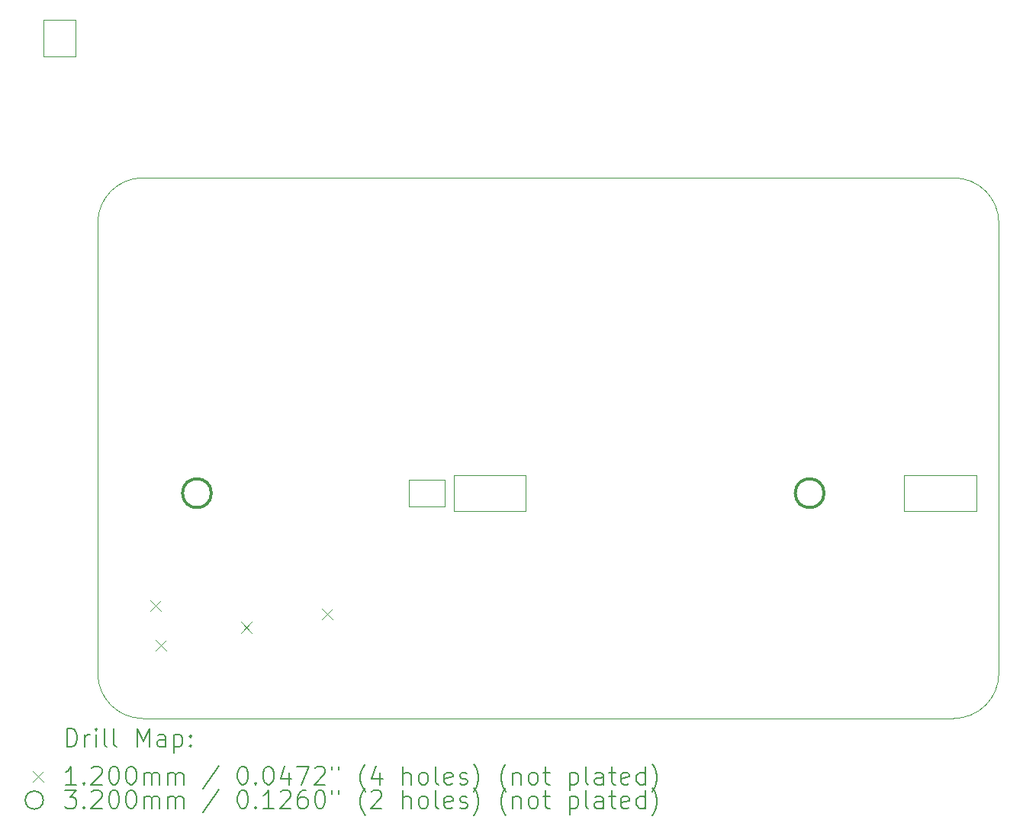
<source format=gbr>
%TF.GenerationSoftware,KiCad,Pcbnew,8.0.4*%
%TF.CreationDate,2025-01-01T16:22:17-06:00*%
%TF.ProjectId,HVBoard,4856426f-6172-4642-9e6b-696361645f70,rev?*%
%TF.SameCoordinates,Original*%
%TF.FileFunction,Drillmap*%
%TF.FilePolarity,Positive*%
%FSLAX45Y45*%
G04 Gerber Fmt 4.5, Leading zero omitted, Abs format (unit mm)*
G04 Created by KiCad (PCBNEW 8.0.4) date 2025-01-01 16:22:17*
%MOMM*%
%LPD*%
G01*
G04 APERTURE LIST*
%ADD10C,0.050000*%
%ADD11C,0.100000*%
%ADD12C,0.200000*%
%ADD13C,0.120000*%
%ADD14C,0.320000*%
G04 APERTURE END LIST*
D10*
X10700000Y-1200000D02*
G75*
G02*
X11200000Y-1700000I0J-500000D01*
G01*
X1200000Y-6700000D02*
X1200000Y-1700000D01*
X10700000Y-7200000D02*
X1700000Y-7200000D01*
X11200000Y-6700000D02*
G75*
G02*
X10700000Y-7200000I-500000J0D01*
G01*
D11*
X600000Y550000D02*
X950000Y550000D01*
X950000Y150000D01*
X600000Y150000D01*
X600000Y550000D01*
D10*
X1700000Y-1200000D02*
X10700000Y-1200000D01*
X11200000Y-1700000D02*
X11200000Y-6700000D01*
D11*
X4650000Y-4550000D02*
X5050000Y-4550000D01*
X5050000Y-4850000D01*
X4650000Y-4850000D01*
X4650000Y-4550000D01*
D10*
X1700000Y-7200000D02*
G75*
G02*
X1200000Y-6700000I0J500000D01*
G01*
D11*
X5150000Y-4500000D02*
X5950000Y-4500000D01*
X5950000Y-4900000D01*
X5150000Y-4900000D01*
X5150000Y-4500000D01*
D10*
X1200000Y-1700000D02*
G75*
G02*
X1700000Y-1200000I500000J0D01*
G01*
D11*
X10150000Y-4500000D02*
X10950000Y-4500000D01*
X10950000Y-4900000D01*
X10150000Y-4900000D01*
X10150000Y-4500000D01*
D12*
D13*
X1780000Y-5890000D02*
X1900000Y-6010000D01*
X1900000Y-5890000D02*
X1780000Y-6010000D01*
X1840000Y-6330000D02*
X1960000Y-6450000D01*
X1960000Y-6330000D02*
X1840000Y-6450000D01*
X2790000Y-6130000D02*
X2910000Y-6250000D01*
X2910000Y-6130000D02*
X2790000Y-6250000D01*
X3690000Y-5980000D02*
X3810000Y-6100000D01*
X3810000Y-5980000D02*
X3690000Y-6100000D01*
D14*
X2460000Y-4700000D02*
G75*
G02*
X2140000Y-4700000I-160000J0D01*
G01*
X2140000Y-4700000D02*
G75*
G02*
X2460000Y-4700000I160000J0D01*
G01*
X9260000Y-4700000D02*
G75*
G02*
X8940000Y-4700000I-160000J0D01*
G01*
X8940000Y-4700000D02*
G75*
G02*
X9260000Y-4700000I160000J0D01*
G01*
D12*
X855777Y-7513984D02*
X855777Y-7313984D01*
X855777Y-7313984D02*
X903396Y-7313984D01*
X903396Y-7313984D02*
X931967Y-7323508D01*
X931967Y-7323508D02*
X951015Y-7342555D01*
X951015Y-7342555D02*
X960539Y-7361603D01*
X960539Y-7361603D02*
X970062Y-7399698D01*
X970062Y-7399698D02*
X970062Y-7428269D01*
X970062Y-7428269D02*
X960539Y-7466365D01*
X960539Y-7466365D02*
X951015Y-7485412D01*
X951015Y-7485412D02*
X931967Y-7504460D01*
X931967Y-7504460D02*
X903396Y-7513984D01*
X903396Y-7513984D02*
X855777Y-7513984D01*
X1055777Y-7513984D02*
X1055777Y-7380650D01*
X1055777Y-7418746D02*
X1065301Y-7399698D01*
X1065301Y-7399698D02*
X1074824Y-7390174D01*
X1074824Y-7390174D02*
X1093872Y-7380650D01*
X1093872Y-7380650D02*
X1112920Y-7380650D01*
X1179586Y-7513984D02*
X1179586Y-7380650D01*
X1179586Y-7313984D02*
X1170063Y-7323508D01*
X1170063Y-7323508D02*
X1179586Y-7333031D01*
X1179586Y-7333031D02*
X1189110Y-7323508D01*
X1189110Y-7323508D02*
X1179586Y-7313984D01*
X1179586Y-7313984D02*
X1179586Y-7333031D01*
X1303396Y-7513984D02*
X1284348Y-7504460D01*
X1284348Y-7504460D02*
X1274824Y-7485412D01*
X1274824Y-7485412D02*
X1274824Y-7313984D01*
X1408158Y-7513984D02*
X1389110Y-7504460D01*
X1389110Y-7504460D02*
X1379586Y-7485412D01*
X1379586Y-7485412D02*
X1379586Y-7313984D01*
X1636729Y-7513984D02*
X1636729Y-7313984D01*
X1636729Y-7313984D02*
X1703396Y-7456841D01*
X1703396Y-7456841D02*
X1770062Y-7313984D01*
X1770062Y-7313984D02*
X1770062Y-7513984D01*
X1951015Y-7513984D02*
X1951015Y-7409222D01*
X1951015Y-7409222D02*
X1941491Y-7390174D01*
X1941491Y-7390174D02*
X1922443Y-7380650D01*
X1922443Y-7380650D02*
X1884348Y-7380650D01*
X1884348Y-7380650D02*
X1865301Y-7390174D01*
X1951015Y-7504460D02*
X1931967Y-7513984D01*
X1931967Y-7513984D02*
X1884348Y-7513984D01*
X1884348Y-7513984D02*
X1865301Y-7504460D01*
X1865301Y-7504460D02*
X1855777Y-7485412D01*
X1855777Y-7485412D02*
X1855777Y-7466365D01*
X1855777Y-7466365D02*
X1865301Y-7447317D01*
X1865301Y-7447317D02*
X1884348Y-7437793D01*
X1884348Y-7437793D02*
X1931967Y-7437793D01*
X1931967Y-7437793D02*
X1951015Y-7428269D01*
X2046253Y-7380650D02*
X2046253Y-7580650D01*
X2046253Y-7390174D02*
X2065301Y-7380650D01*
X2065301Y-7380650D02*
X2103396Y-7380650D01*
X2103396Y-7380650D02*
X2122444Y-7390174D01*
X2122444Y-7390174D02*
X2131967Y-7399698D01*
X2131967Y-7399698D02*
X2141491Y-7418746D01*
X2141491Y-7418746D02*
X2141491Y-7475888D01*
X2141491Y-7475888D02*
X2131967Y-7494936D01*
X2131967Y-7494936D02*
X2122444Y-7504460D01*
X2122444Y-7504460D02*
X2103396Y-7513984D01*
X2103396Y-7513984D02*
X2065301Y-7513984D01*
X2065301Y-7513984D02*
X2046253Y-7504460D01*
X2227205Y-7494936D02*
X2236729Y-7504460D01*
X2236729Y-7504460D02*
X2227205Y-7513984D01*
X2227205Y-7513984D02*
X2217682Y-7504460D01*
X2217682Y-7504460D02*
X2227205Y-7494936D01*
X2227205Y-7494936D02*
X2227205Y-7513984D01*
X2227205Y-7390174D02*
X2236729Y-7399698D01*
X2236729Y-7399698D02*
X2227205Y-7409222D01*
X2227205Y-7409222D02*
X2217682Y-7399698D01*
X2217682Y-7399698D02*
X2227205Y-7390174D01*
X2227205Y-7390174D02*
X2227205Y-7409222D01*
D13*
X475000Y-7782500D02*
X595000Y-7902500D01*
X595000Y-7782500D02*
X475000Y-7902500D01*
D12*
X960539Y-7933984D02*
X846253Y-7933984D01*
X903396Y-7933984D02*
X903396Y-7733984D01*
X903396Y-7733984D02*
X884348Y-7762555D01*
X884348Y-7762555D02*
X865301Y-7781603D01*
X865301Y-7781603D02*
X846253Y-7791127D01*
X1046253Y-7914936D02*
X1055777Y-7924460D01*
X1055777Y-7924460D02*
X1046253Y-7933984D01*
X1046253Y-7933984D02*
X1036729Y-7924460D01*
X1036729Y-7924460D02*
X1046253Y-7914936D01*
X1046253Y-7914936D02*
X1046253Y-7933984D01*
X1131967Y-7753031D02*
X1141491Y-7743508D01*
X1141491Y-7743508D02*
X1160539Y-7733984D01*
X1160539Y-7733984D02*
X1208158Y-7733984D01*
X1208158Y-7733984D02*
X1227205Y-7743508D01*
X1227205Y-7743508D02*
X1236729Y-7753031D01*
X1236729Y-7753031D02*
X1246253Y-7772079D01*
X1246253Y-7772079D02*
X1246253Y-7791127D01*
X1246253Y-7791127D02*
X1236729Y-7819698D01*
X1236729Y-7819698D02*
X1122444Y-7933984D01*
X1122444Y-7933984D02*
X1246253Y-7933984D01*
X1370063Y-7733984D02*
X1389110Y-7733984D01*
X1389110Y-7733984D02*
X1408158Y-7743508D01*
X1408158Y-7743508D02*
X1417682Y-7753031D01*
X1417682Y-7753031D02*
X1427205Y-7772079D01*
X1427205Y-7772079D02*
X1436729Y-7810174D01*
X1436729Y-7810174D02*
X1436729Y-7857793D01*
X1436729Y-7857793D02*
X1427205Y-7895888D01*
X1427205Y-7895888D02*
X1417682Y-7914936D01*
X1417682Y-7914936D02*
X1408158Y-7924460D01*
X1408158Y-7924460D02*
X1389110Y-7933984D01*
X1389110Y-7933984D02*
X1370063Y-7933984D01*
X1370063Y-7933984D02*
X1351015Y-7924460D01*
X1351015Y-7924460D02*
X1341491Y-7914936D01*
X1341491Y-7914936D02*
X1331967Y-7895888D01*
X1331967Y-7895888D02*
X1322444Y-7857793D01*
X1322444Y-7857793D02*
X1322444Y-7810174D01*
X1322444Y-7810174D02*
X1331967Y-7772079D01*
X1331967Y-7772079D02*
X1341491Y-7753031D01*
X1341491Y-7753031D02*
X1351015Y-7743508D01*
X1351015Y-7743508D02*
X1370063Y-7733984D01*
X1560539Y-7733984D02*
X1579586Y-7733984D01*
X1579586Y-7733984D02*
X1598634Y-7743508D01*
X1598634Y-7743508D02*
X1608158Y-7753031D01*
X1608158Y-7753031D02*
X1617682Y-7772079D01*
X1617682Y-7772079D02*
X1627205Y-7810174D01*
X1627205Y-7810174D02*
X1627205Y-7857793D01*
X1627205Y-7857793D02*
X1617682Y-7895888D01*
X1617682Y-7895888D02*
X1608158Y-7914936D01*
X1608158Y-7914936D02*
X1598634Y-7924460D01*
X1598634Y-7924460D02*
X1579586Y-7933984D01*
X1579586Y-7933984D02*
X1560539Y-7933984D01*
X1560539Y-7933984D02*
X1541491Y-7924460D01*
X1541491Y-7924460D02*
X1531967Y-7914936D01*
X1531967Y-7914936D02*
X1522443Y-7895888D01*
X1522443Y-7895888D02*
X1512920Y-7857793D01*
X1512920Y-7857793D02*
X1512920Y-7810174D01*
X1512920Y-7810174D02*
X1522443Y-7772079D01*
X1522443Y-7772079D02*
X1531967Y-7753031D01*
X1531967Y-7753031D02*
X1541491Y-7743508D01*
X1541491Y-7743508D02*
X1560539Y-7733984D01*
X1712920Y-7933984D02*
X1712920Y-7800650D01*
X1712920Y-7819698D02*
X1722443Y-7810174D01*
X1722443Y-7810174D02*
X1741491Y-7800650D01*
X1741491Y-7800650D02*
X1770063Y-7800650D01*
X1770063Y-7800650D02*
X1789110Y-7810174D01*
X1789110Y-7810174D02*
X1798634Y-7829222D01*
X1798634Y-7829222D02*
X1798634Y-7933984D01*
X1798634Y-7829222D02*
X1808158Y-7810174D01*
X1808158Y-7810174D02*
X1827205Y-7800650D01*
X1827205Y-7800650D02*
X1855777Y-7800650D01*
X1855777Y-7800650D02*
X1874824Y-7810174D01*
X1874824Y-7810174D02*
X1884348Y-7829222D01*
X1884348Y-7829222D02*
X1884348Y-7933984D01*
X1979586Y-7933984D02*
X1979586Y-7800650D01*
X1979586Y-7819698D02*
X1989110Y-7810174D01*
X1989110Y-7810174D02*
X2008158Y-7800650D01*
X2008158Y-7800650D02*
X2036729Y-7800650D01*
X2036729Y-7800650D02*
X2055777Y-7810174D01*
X2055777Y-7810174D02*
X2065301Y-7829222D01*
X2065301Y-7829222D02*
X2065301Y-7933984D01*
X2065301Y-7829222D02*
X2074824Y-7810174D01*
X2074824Y-7810174D02*
X2093872Y-7800650D01*
X2093872Y-7800650D02*
X2122444Y-7800650D01*
X2122444Y-7800650D02*
X2141491Y-7810174D01*
X2141491Y-7810174D02*
X2151015Y-7829222D01*
X2151015Y-7829222D02*
X2151015Y-7933984D01*
X2541491Y-7724460D02*
X2370063Y-7981603D01*
X2798634Y-7733984D02*
X2817682Y-7733984D01*
X2817682Y-7733984D02*
X2836729Y-7743508D01*
X2836729Y-7743508D02*
X2846253Y-7753031D01*
X2846253Y-7753031D02*
X2855777Y-7772079D01*
X2855777Y-7772079D02*
X2865301Y-7810174D01*
X2865301Y-7810174D02*
X2865301Y-7857793D01*
X2865301Y-7857793D02*
X2855777Y-7895888D01*
X2855777Y-7895888D02*
X2846253Y-7914936D01*
X2846253Y-7914936D02*
X2836729Y-7924460D01*
X2836729Y-7924460D02*
X2817682Y-7933984D01*
X2817682Y-7933984D02*
X2798634Y-7933984D01*
X2798634Y-7933984D02*
X2779587Y-7924460D01*
X2779587Y-7924460D02*
X2770063Y-7914936D01*
X2770063Y-7914936D02*
X2760539Y-7895888D01*
X2760539Y-7895888D02*
X2751015Y-7857793D01*
X2751015Y-7857793D02*
X2751015Y-7810174D01*
X2751015Y-7810174D02*
X2760539Y-7772079D01*
X2760539Y-7772079D02*
X2770063Y-7753031D01*
X2770063Y-7753031D02*
X2779587Y-7743508D01*
X2779587Y-7743508D02*
X2798634Y-7733984D01*
X2951015Y-7914936D02*
X2960539Y-7924460D01*
X2960539Y-7924460D02*
X2951015Y-7933984D01*
X2951015Y-7933984D02*
X2941491Y-7924460D01*
X2941491Y-7924460D02*
X2951015Y-7914936D01*
X2951015Y-7914936D02*
X2951015Y-7933984D01*
X3084348Y-7733984D02*
X3103396Y-7733984D01*
X3103396Y-7733984D02*
X3122444Y-7743508D01*
X3122444Y-7743508D02*
X3131967Y-7753031D01*
X3131967Y-7753031D02*
X3141491Y-7772079D01*
X3141491Y-7772079D02*
X3151015Y-7810174D01*
X3151015Y-7810174D02*
X3151015Y-7857793D01*
X3151015Y-7857793D02*
X3141491Y-7895888D01*
X3141491Y-7895888D02*
X3131967Y-7914936D01*
X3131967Y-7914936D02*
X3122444Y-7924460D01*
X3122444Y-7924460D02*
X3103396Y-7933984D01*
X3103396Y-7933984D02*
X3084348Y-7933984D01*
X3084348Y-7933984D02*
X3065301Y-7924460D01*
X3065301Y-7924460D02*
X3055777Y-7914936D01*
X3055777Y-7914936D02*
X3046253Y-7895888D01*
X3046253Y-7895888D02*
X3036729Y-7857793D01*
X3036729Y-7857793D02*
X3036729Y-7810174D01*
X3036729Y-7810174D02*
X3046253Y-7772079D01*
X3046253Y-7772079D02*
X3055777Y-7753031D01*
X3055777Y-7753031D02*
X3065301Y-7743508D01*
X3065301Y-7743508D02*
X3084348Y-7733984D01*
X3322444Y-7800650D02*
X3322444Y-7933984D01*
X3274825Y-7724460D02*
X3227206Y-7867317D01*
X3227206Y-7867317D02*
X3351015Y-7867317D01*
X3408158Y-7733984D02*
X3541491Y-7733984D01*
X3541491Y-7733984D02*
X3455777Y-7933984D01*
X3608158Y-7753031D02*
X3617682Y-7743508D01*
X3617682Y-7743508D02*
X3636729Y-7733984D01*
X3636729Y-7733984D02*
X3684348Y-7733984D01*
X3684348Y-7733984D02*
X3703396Y-7743508D01*
X3703396Y-7743508D02*
X3712920Y-7753031D01*
X3712920Y-7753031D02*
X3722444Y-7772079D01*
X3722444Y-7772079D02*
X3722444Y-7791127D01*
X3722444Y-7791127D02*
X3712920Y-7819698D01*
X3712920Y-7819698D02*
X3598634Y-7933984D01*
X3598634Y-7933984D02*
X3722444Y-7933984D01*
X3798634Y-7733984D02*
X3798634Y-7772079D01*
X3874825Y-7733984D02*
X3874825Y-7772079D01*
X4170063Y-8010174D02*
X4160539Y-8000650D01*
X4160539Y-8000650D02*
X4141491Y-7972079D01*
X4141491Y-7972079D02*
X4131968Y-7953031D01*
X4131968Y-7953031D02*
X4122444Y-7924460D01*
X4122444Y-7924460D02*
X4112920Y-7876841D01*
X4112920Y-7876841D02*
X4112920Y-7838746D01*
X4112920Y-7838746D02*
X4122444Y-7791127D01*
X4122444Y-7791127D02*
X4131968Y-7762555D01*
X4131968Y-7762555D02*
X4141491Y-7743508D01*
X4141491Y-7743508D02*
X4160539Y-7714936D01*
X4160539Y-7714936D02*
X4170063Y-7705412D01*
X4331968Y-7800650D02*
X4331968Y-7933984D01*
X4284349Y-7724460D02*
X4236730Y-7867317D01*
X4236730Y-7867317D02*
X4360539Y-7867317D01*
X4589111Y-7933984D02*
X4589111Y-7733984D01*
X4674825Y-7933984D02*
X4674825Y-7829222D01*
X4674825Y-7829222D02*
X4665301Y-7810174D01*
X4665301Y-7810174D02*
X4646253Y-7800650D01*
X4646253Y-7800650D02*
X4617682Y-7800650D01*
X4617682Y-7800650D02*
X4598634Y-7810174D01*
X4598634Y-7810174D02*
X4589111Y-7819698D01*
X4798634Y-7933984D02*
X4779587Y-7924460D01*
X4779587Y-7924460D02*
X4770063Y-7914936D01*
X4770063Y-7914936D02*
X4760539Y-7895888D01*
X4760539Y-7895888D02*
X4760539Y-7838746D01*
X4760539Y-7838746D02*
X4770063Y-7819698D01*
X4770063Y-7819698D02*
X4779587Y-7810174D01*
X4779587Y-7810174D02*
X4798634Y-7800650D01*
X4798634Y-7800650D02*
X4827206Y-7800650D01*
X4827206Y-7800650D02*
X4846253Y-7810174D01*
X4846253Y-7810174D02*
X4855777Y-7819698D01*
X4855777Y-7819698D02*
X4865301Y-7838746D01*
X4865301Y-7838746D02*
X4865301Y-7895888D01*
X4865301Y-7895888D02*
X4855777Y-7914936D01*
X4855777Y-7914936D02*
X4846253Y-7924460D01*
X4846253Y-7924460D02*
X4827206Y-7933984D01*
X4827206Y-7933984D02*
X4798634Y-7933984D01*
X4979587Y-7933984D02*
X4960539Y-7924460D01*
X4960539Y-7924460D02*
X4951015Y-7905412D01*
X4951015Y-7905412D02*
X4951015Y-7733984D01*
X5131968Y-7924460D02*
X5112920Y-7933984D01*
X5112920Y-7933984D02*
X5074825Y-7933984D01*
X5074825Y-7933984D02*
X5055777Y-7924460D01*
X5055777Y-7924460D02*
X5046253Y-7905412D01*
X5046253Y-7905412D02*
X5046253Y-7829222D01*
X5046253Y-7829222D02*
X5055777Y-7810174D01*
X5055777Y-7810174D02*
X5074825Y-7800650D01*
X5074825Y-7800650D02*
X5112920Y-7800650D01*
X5112920Y-7800650D02*
X5131968Y-7810174D01*
X5131968Y-7810174D02*
X5141492Y-7829222D01*
X5141492Y-7829222D02*
X5141492Y-7848269D01*
X5141492Y-7848269D02*
X5046253Y-7867317D01*
X5217682Y-7924460D02*
X5236730Y-7933984D01*
X5236730Y-7933984D02*
X5274825Y-7933984D01*
X5274825Y-7933984D02*
X5293873Y-7924460D01*
X5293873Y-7924460D02*
X5303396Y-7905412D01*
X5303396Y-7905412D02*
X5303396Y-7895888D01*
X5303396Y-7895888D02*
X5293873Y-7876841D01*
X5293873Y-7876841D02*
X5274825Y-7867317D01*
X5274825Y-7867317D02*
X5246253Y-7867317D01*
X5246253Y-7867317D02*
X5227206Y-7857793D01*
X5227206Y-7857793D02*
X5217682Y-7838746D01*
X5217682Y-7838746D02*
X5217682Y-7829222D01*
X5217682Y-7829222D02*
X5227206Y-7810174D01*
X5227206Y-7810174D02*
X5246253Y-7800650D01*
X5246253Y-7800650D02*
X5274825Y-7800650D01*
X5274825Y-7800650D02*
X5293873Y-7810174D01*
X5370063Y-8010174D02*
X5379587Y-8000650D01*
X5379587Y-8000650D02*
X5398634Y-7972079D01*
X5398634Y-7972079D02*
X5408158Y-7953031D01*
X5408158Y-7953031D02*
X5417682Y-7924460D01*
X5417682Y-7924460D02*
X5427206Y-7876841D01*
X5427206Y-7876841D02*
X5427206Y-7838746D01*
X5427206Y-7838746D02*
X5417682Y-7791127D01*
X5417682Y-7791127D02*
X5408158Y-7762555D01*
X5408158Y-7762555D02*
X5398634Y-7743508D01*
X5398634Y-7743508D02*
X5379587Y-7714936D01*
X5379587Y-7714936D02*
X5370063Y-7705412D01*
X5731968Y-8010174D02*
X5722444Y-8000650D01*
X5722444Y-8000650D02*
X5703396Y-7972079D01*
X5703396Y-7972079D02*
X5693872Y-7953031D01*
X5693872Y-7953031D02*
X5684349Y-7924460D01*
X5684349Y-7924460D02*
X5674825Y-7876841D01*
X5674825Y-7876841D02*
X5674825Y-7838746D01*
X5674825Y-7838746D02*
X5684349Y-7791127D01*
X5684349Y-7791127D02*
X5693872Y-7762555D01*
X5693872Y-7762555D02*
X5703396Y-7743508D01*
X5703396Y-7743508D02*
X5722444Y-7714936D01*
X5722444Y-7714936D02*
X5731968Y-7705412D01*
X5808158Y-7800650D02*
X5808158Y-7933984D01*
X5808158Y-7819698D02*
X5817682Y-7810174D01*
X5817682Y-7810174D02*
X5836730Y-7800650D01*
X5836730Y-7800650D02*
X5865301Y-7800650D01*
X5865301Y-7800650D02*
X5884349Y-7810174D01*
X5884349Y-7810174D02*
X5893872Y-7829222D01*
X5893872Y-7829222D02*
X5893872Y-7933984D01*
X6017682Y-7933984D02*
X5998634Y-7924460D01*
X5998634Y-7924460D02*
X5989111Y-7914936D01*
X5989111Y-7914936D02*
X5979587Y-7895888D01*
X5979587Y-7895888D02*
X5979587Y-7838746D01*
X5979587Y-7838746D02*
X5989111Y-7819698D01*
X5989111Y-7819698D02*
X5998634Y-7810174D01*
X5998634Y-7810174D02*
X6017682Y-7800650D01*
X6017682Y-7800650D02*
X6046253Y-7800650D01*
X6046253Y-7800650D02*
X6065301Y-7810174D01*
X6065301Y-7810174D02*
X6074825Y-7819698D01*
X6074825Y-7819698D02*
X6084349Y-7838746D01*
X6084349Y-7838746D02*
X6084349Y-7895888D01*
X6084349Y-7895888D02*
X6074825Y-7914936D01*
X6074825Y-7914936D02*
X6065301Y-7924460D01*
X6065301Y-7924460D02*
X6046253Y-7933984D01*
X6046253Y-7933984D02*
X6017682Y-7933984D01*
X6141492Y-7800650D02*
X6217682Y-7800650D01*
X6170063Y-7733984D02*
X6170063Y-7905412D01*
X6170063Y-7905412D02*
X6179587Y-7924460D01*
X6179587Y-7924460D02*
X6198634Y-7933984D01*
X6198634Y-7933984D02*
X6217682Y-7933984D01*
X6436730Y-7800650D02*
X6436730Y-8000650D01*
X6436730Y-7810174D02*
X6455777Y-7800650D01*
X6455777Y-7800650D02*
X6493873Y-7800650D01*
X6493873Y-7800650D02*
X6512920Y-7810174D01*
X6512920Y-7810174D02*
X6522444Y-7819698D01*
X6522444Y-7819698D02*
X6531968Y-7838746D01*
X6531968Y-7838746D02*
X6531968Y-7895888D01*
X6531968Y-7895888D02*
X6522444Y-7914936D01*
X6522444Y-7914936D02*
X6512920Y-7924460D01*
X6512920Y-7924460D02*
X6493873Y-7933984D01*
X6493873Y-7933984D02*
X6455777Y-7933984D01*
X6455777Y-7933984D02*
X6436730Y-7924460D01*
X6646253Y-7933984D02*
X6627206Y-7924460D01*
X6627206Y-7924460D02*
X6617682Y-7905412D01*
X6617682Y-7905412D02*
X6617682Y-7733984D01*
X6808158Y-7933984D02*
X6808158Y-7829222D01*
X6808158Y-7829222D02*
X6798634Y-7810174D01*
X6798634Y-7810174D02*
X6779587Y-7800650D01*
X6779587Y-7800650D02*
X6741492Y-7800650D01*
X6741492Y-7800650D02*
X6722444Y-7810174D01*
X6808158Y-7924460D02*
X6789111Y-7933984D01*
X6789111Y-7933984D02*
X6741492Y-7933984D01*
X6741492Y-7933984D02*
X6722444Y-7924460D01*
X6722444Y-7924460D02*
X6712920Y-7905412D01*
X6712920Y-7905412D02*
X6712920Y-7886365D01*
X6712920Y-7886365D02*
X6722444Y-7867317D01*
X6722444Y-7867317D02*
X6741492Y-7857793D01*
X6741492Y-7857793D02*
X6789111Y-7857793D01*
X6789111Y-7857793D02*
X6808158Y-7848269D01*
X6874825Y-7800650D02*
X6951015Y-7800650D01*
X6903396Y-7733984D02*
X6903396Y-7905412D01*
X6903396Y-7905412D02*
X6912920Y-7924460D01*
X6912920Y-7924460D02*
X6931968Y-7933984D01*
X6931968Y-7933984D02*
X6951015Y-7933984D01*
X7093873Y-7924460D02*
X7074825Y-7933984D01*
X7074825Y-7933984D02*
X7036730Y-7933984D01*
X7036730Y-7933984D02*
X7017682Y-7924460D01*
X7017682Y-7924460D02*
X7008158Y-7905412D01*
X7008158Y-7905412D02*
X7008158Y-7829222D01*
X7008158Y-7829222D02*
X7017682Y-7810174D01*
X7017682Y-7810174D02*
X7036730Y-7800650D01*
X7036730Y-7800650D02*
X7074825Y-7800650D01*
X7074825Y-7800650D02*
X7093873Y-7810174D01*
X7093873Y-7810174D02*
X7103396Y-7829222D01*
X7103396Y-7829222D02*
X7103396Y-7848269D01*
X7103396Y-7848269D02*
X7008158Y-7867317D01*
X7274825Y-7933984D02*
X7274825Y-7733984D01*
X7274825Y-7924460D02*
X7255777Y-7933984D01*
X7255777Y-7933984D02*
X7217682Y-7933984D01*
X7217682Y-7933984D02*
X7198634Y-7924460D01*
X7198634Y-7924460D02*
X7189111Y-7914936D01*
X7189111Y-7914936D02*
X7179587Y-7895888D01*
X7179587Y-7895888D02*
X7179587Y-7838746D01*
X7179587Y-7838746D02*
X7189111Y-7819698D01*
X7189111Y-7819698D02*
X7198634Y-7810174D01*
X7198634Y-7810174D02*
X7217682Y-7800650D01*
X7217682Y-7800650D02*
X7255777Y-7800650D01*
X7255777Y-7800650D02*
X7274825Y-7810174D01*
X7351015Y-8010174D02*
X7360539Y-8000650D01*
X7360539Y-8000650D02*
X7379587Y-7972079D01*
X7379587Y-7972079D02*
X7389111Y-7953031D01*
X7389111Y-7953031D02*
X7398634Y-7924460D01*
X7398634Y-7924460D02*
X7408158Y-7876841D01*
X7408158Y-7876841D02*
X7408158Y-7838746D01*
X7408158Y-7838746D02*
X7398634Y-7791127D01*
X7398634Y-7791127D02*
X7389111Y-7762555D01*
X7389111Y-7762555D02*
X7379587Y-7743508D01*
X7379587Y-7743508D02*
X7360539Y-7714936D01*
X7360539Y-7714936D02*
X7351015Y-7705412D01*
X595000Y-8106500D02*
G75*
G02*
X395000Y-8106500I-100000J0D01*
G01*
X395000Y-8106500D02*
G75*
G02*
X595000Y-8106500I100000J0D01*
G01*
X836729Y-7997984D02*
X960539Y-7997984D01*
X960539Y-7997984D02*
X893872Y-8074174D01*
X893872Y-8074174D02*
X922443Y-8074174D01*
X922443Y-8074174D02*
X941491Y-8083698D01*
X941491Y-8083698D02*
X951015Y-8093222D01*
X951015Y-8093222D02*
X960539Y-8112269D01*
X960539Y-8112269D02*
X960539Y-8159888D01*
X960539Y-8159888D02*
X951015Y-8178936D01*
X951015Y-8178936D02*
X941491Y-8188460D01*
X941491Y-8188460D02*
X922443Y-8197984D01*
X922443Y-8197984D02*
X865301Y-8197984D01*
X865301Y-8197984D02*
X846253Y-8188460D01*
X846253Y-8188460D02*
X836729Y-8178936D01*
X1046253Y-8178936D02*
X1055777Y-8188460D01*
X1055777Y-8188460D02*
X1046253Y-8197984D01*
X1046253Y-8197984D02*
X1036729Y-8188460D01*
X1036729Y-8188460D02*
X1046253Y-8178936D01*
X1046253Y-8178936D02*
X1046253Y-8197984D01*
X1131967Y-8017031D02*
X1141491Y-8007508D01*
X1141491Y-8007508D02*
X1160539Y-7997984D01*
X1160539Y-7997984D02*
X1208158Y-7997984D01*
X1208158Y-7997984D02*
X1227205Y-8007508D01*
X1227205Y-8007508D02*
X1236729Y-8017031D01*
X1236729Y-8017031D02*
X1246253Y-8036079D01*
X1246253Y-8036079D02*
X1246253Y-8055127D01*
X1246253Y-8055127D02*
X1236729Y-8083698D01*
X1236729Y-8083698D02*
X1122444Y-8197984D01*
X1122444Y-8197984D02*
X1246253Y-8197984D01*
X1370063Y-7997984D02*
X1389110Y-7997984D01*
X1389110Y-7997984D02*
X1408158Y-8007508D01*
X1408158Y-8007508D02*
X1417682Y-8017031D01*
X1417682Y-8017031D02*
X1427205Y-8036079D01*
X1427205Y-8036079D02*
X1436729Y-8074174D01*
X1436729Y-8074174D02*
X1436729Y-8121793D01*
X1436729Y-8121793D02*
X1427205Y-8159888D01*
X1427205Y-8159888D02*
X1417682Y-8178936D01*
X1417682Y-8178936D02*
X1408158Y-8188460D01*
X1408158Y-8188460D02*
X1389110Y-8197984D01*
X1389110Y-8197984D02*
X1370063Y-8197984D01*
X1370063Y-8197984D02*
X1351015Y-8188460D01*
X1351015Y-8188460D02*
X1341491Y-8178936D01*
X1341491Y-8178936D02*
X1331967Y-8159888D01*
X1331967Y-8159888D02*
X1322444Y-8121793D01*
X1322444Y-8121793D02*
X1322444Y-8074174D01*
X1322444Y-8074174D02*
X1331967Y-8036079D01*
X1331967Y-8036079D02*
X1341491Y-8017031D01*
X1341491Y-8017031D02*
X1351015Y-8007508D01*
X1351015Y-8007508D02*
X1370063Y-7997984D01*
X1560539Y-7997984D02*
X1579586Y-7997984D01*
X1579586Y-7997984D02*
X1598634Y-8007508D01*
X1598634Y-8007508D02*
X1608158Y-8017031D01*
X1608158Y-8017031D02*
X1617682Y-8036079D01*
X1617682Y-8036079D02*
X1627205Y-8074174D01*
X1627205Y-8074174D02*
X1627205Y-8121793D01*
X1627205Y-8121793D02*
X1617682Y-8159888D01*
X1617682Y-8159888D02*
X1608158Y-8178936D01*
X1608158Y-8178936D02*
X1598634Y-8188460D01*
X1598634Y-8188460D02*
X1579586Y-8197984D01*
X1579586Y-8197984D02*
X1560539Y-8197984D01*
X1560539Y-8197984D02*
X1541491Y-8188460D01*
X1541491Y-8188460D02*
X1531967Y-8178936D01*
X1531967Y-8178936D02*
X1522443Y-8159888D01*
X1522443Y-8159888D02*
X1512920Y-8121793D01*
X1512920Y-8121793D02*
X1512920Y-8074174D01*
X1512920Y-8074174D02*
X1522443Y-8036079D01*
X1522443Y-8036079D02*
X1531967Y-8017031D01*
X1531967Y-8017031D02*
X1541491Y-8007508D01*
X1541491Y-8007508D02*
X1560539Y-7997984D01*
X1712920Y-8197984D02*
X1712920Y-8064650D01*
X1712920Y-8083698D02*
X1722443Y-8074174D01*
X1722443Y-8074174D02*
X1741491Y-8064650D01*
X1741491Y-8064650D02*
X1770063Y-8064650D01*
X1770063Y-8064650D02*
X1789110Y-8074174D01*
X1789110Y-8074174D02*
X1798634Y-8093222D01*
X1798634Y-8093222D02*
X1798634Y-8197984D01*
X1798634Y-8093222D02*
X1808158Y-8074174D01*
X1808158Y-8074174D02*
X1827205Y-8064650D01*
X1827205Y-8064650D02*
X1855777Y-8064650D01*
X1855777Y-8064650D02*
X1874824Y-8074174D01*
X1874824Y-8074174D02*
X1884348Y-8093222D01*
X1884348Y-8093222D02*
X1884348Y-8197984D01*
X1979586Y-8197984D02*
X1979586Y-8064650D01*
X1979586Y-8083698D02*
X1989110Y-8074174D01*
X1989110Y-8074174D02*
X2008158Y-8064650D01*
X2008158Y-8064650D02*
X2036729Y-8064650D01*
X2036729Y-8064650D02*
X2055777Y-8074174D01*
X2055777Y-8074174D02*
X2065301Y-8093222D01*
X2065301Y-8093222D02*
X2065301Y-8197984D01*
X2065301Y-8093222D02*
X2074824Y-8074174D01*
X2074824Y-8074174D02*
X2093872Y-8064650D01*
X2093872Y-8064650D02*
X2122444Y-8064650D01*
X2122444Y-8064650D02*
X2141491Y-8074174D01*
X2141491Y-8074174D02*
X2151015Y-8093222D01*
X2151015Y-8093222D02*
X2151015Y-8197984D01*
X2541491Y-7988460D02*
X2370063Y-8245603D01*
X2798634Y-7997984D02*
X2817682Y-7997984D01*
X2817682Y-7997984D02*
X2836729Y-8007508D01*
X2836729Y-8007508D02*
X2846253Y-8017031D01*
X2846253Y-8017031D02*
X2855777Y-8036079D01*
X2855777Y-8036079D02*
X2865301Y-8074174D01*
X2865301Y-8074174D02*
X2865301Y-8121793D01*
X2865301Y-8121793D02*
X2855777Y-8159888D01*
X2855777Y-8159888D02*
X2846253Y-8178936D01*
X2846253Y-8178936D02*
X2836729Y-8188460D01*
X2836729Y-8188460D02*
X2817682Y-8197984D01*
X2817682Y-8197984D02*
X2798634Y-8197984D01*
X2798634Y-8197984D02*
X2779587Y-8188460D01*
X2779587Y-8188460D02*
X2770063Y-8178936D01*
X2770063Y-8178936D02*
X2760539Y-8159888D01*
X2760539Y-8159888D02*
X2751015Y-8121793D01*
X2751015Y-8121793D02*
X2751015Y-8074174D01*
X2751015Y-8074174D02*
X2760539Y-8036079D01*
X2760539Y-8036079D02*
X2770063Y-8017031D01*
X2770063Y-8017031D02*
X2779587Y-8007508D01*
X2779587Y-8007508D02*
X2798634Y-7997984D01*
X2951015Y-8178936D02*
X2960539Y-8188460D01*
X2960539Y-8188460D02*
X2951015Y-8197984D01*
X2951015Y-8197984D02*
X2941491Y-8188460D01*
X2941491Y-8188460D02*
X2951015Y-8178936D01*
X2951015Y-8178936D02*
X2951015Y-8197984D01*
X3151015Y-8197984D02*
X3036729Y-8197984D01*
X3093872Y-8197984D02*
X3093872Y-7997984D01*
X3093872Y-7997984D02*
X3074825Y-8026555D01*
X3074825Y-8026555D02*
X3055777Y-8045603D01*
X3055777Y-8045603D02*
X3036729Y-8055127D01*
X3227206Y-8017031D02*
X3236729Y-8007508D01*
X3236729Y-8007508D02*
X3255777Y-7997984D01*
X3255777Y-7997984D02*
X3303396Y-7997984D01*
X3303396Y-7997984D02*
X3322444Y-8007508D01*
X3322444Y-8007508D02*
X3331967Y-8017031D01*
X3331967Y-8017031D02*
X3341491Y-8036079D01*
X3341491Y-8036079D02*
X3341491Y-8055127D01*
X3341491Y-8055127D02*
X3331967Y-8083698D01*
X3331967Y-8083698D02*
X3217682Y-8197984D01*
X3217682Y-8197984D02*
X3341491Y-8197984D01*
X3512920Y-7997984D02*
X3474825Y-7997984D01*
X3474825Y-7997984D02*
X3455777Y-8007508D01*
X3455777Y-8007508D02*
X3446253Y-8017031D01*
X3446253Y-8017031D02*
X3427206Y-8045603D01*
X3427206Y-8045603D02*
X3417682Y-8083698D01*
X3417682Y-8083698D02*
X3417682Y-8159888D01*
X3417682Y-8159888D02*
X3427206Y-8178936D01*
X3427206Y-8178936D02*
X3436729Y-8188460D01*
X3436729Y-8188460D02*
X3455777Y-8197984D01*
X3455777Y-8197984D02*
X3493872Y-8197984D01*
X3493872Y-8197984D02*
X3512920Y-8188460D01*
X3512920Y-8188460D02*
X3522444Y-8178936D01*
X3522444Y-8178936D02*
X3531967Y-8159888D01*
X3531967Y-8159888D02*
X3531967Y-8112269D01*
X3531967Y-8112269D02*
X3522444Y-8093222D01*
X3522444Y-8093222D02*
X3512920Y-8083698D01*
X3512920Y-8083698D02*
X3493872Y-8074174D01*
X3493872Y-8074174D02*
X3455777Y-8074174D01*
X3455777Y-8074174D02*
X3436729Y-8083698D01*
X3436729Y-8083698D02*
X3427206Y-8093222D01*
X3427206Y-8093222D02*
X3417682Y-8112269D01*
X3655777Y-7997984D02*
X3674825Y-7997984D01*
X3674825Y-7997984D02*
X3693872Y-8007508D01*
X3693872Y-8007508D02*
X3703396Y-8017031D01*
X3703396Y-8017031D02*
X3712920Y-8036079D01*
X3712920Y-8036079D02*
X3722444Y-8074174D01*
X3722444Y-8074174D02*
X3722444Y-8121793D01*
X3722444Y-8121793D02*
X3712920Y-8159888D01*
X3712920Y-8159888D02*
X3703396Y-8178936D01*
X3703396Y-8178936D02*
X3693872Y-8188460D01*
X3693872Y-8188460D02*
X3674825Y-8197984D01*
X3674825Y-8197984D02*
X3655777Y-8197984D01*
X3655777Y-8197984D02*
X3636729Y-8188460D01*
X3636729Y-8188460D02*
X3627206Y-8178936D01*
X3627206Y-8178936D02*
X3617682Y-8159888D01*
X3617682Y-8159888D02*
X3608158Y-8121793D01*
X3608158Y-8121793D02*
X3608158Y-8074174D01*
X3608158Y-8074174D02*
X3617682Y-8036079D01*
X3617682Y-8036079D02*
X3627206Y-8017031D01*
X3627206Y-8017031D02*
X3636729Y-8007508D01*
X3636729Y-8007508D02*
X3655777Y-7997984D01*
X3798634Y-7997984D02*
X3798634Y-8036079D01*
X3874825Y-7997984D02*
X3874825Y-8036079D01*
X4170063Y-8274174D02*
X4160539Y-8264650D01*
X4160539Y-8264650D02*
X4141491Y-8236079D01*
X4141491Y-8236079D02*
X4131968Y-8217031D01*
X4131968Y-8217031D02*
X4122444Y-8188460D01*
X4122444Y-8188460D02*
X4112920Y-8140841D01*
X4112920Y-8140841D02*
X4112920Y-8102746D01*
X4112920Y-8102746D02*
X4122444Y-8055127D01*
X4122444Y-8055127D02*
X4131968Y-8026555D01*
X4131968Y-8026555D02*
X4141491Y-8007508D01*
X4141491Y-8007508D02*
X4160539Y-7978936D01*
X4160539Y-7978936D02*
X4170063Y-7969412D01*
X4236730Y-8017031D02*
X4246253Y-8007508D01*
X4246253Y-8007508D02*
X4265301Y-7997984D01*
X4265301Y-7997984D02*
X4312920Y-7997984D01*
X4312920Y-7997984D02*
X4331968Y-8007508D01*
X4331968Y-8007508D02*
X4341491Y-8017031D01*
X4341491Y-8017031D02*
X4351015Y-8036079D01*
X4351015Y-8036079D02*
X4351015Y-8055127D01*
X4351015Y-8055127D02*
X4341491Y-8083698D01*
X4341491Y-8083698D02*
X4227206Y-8197984D01*
X4227206Y-8197984D02*
X4351015Y-8197984D01*
X4589111Y-8197984D02*
X4589111Y-7997984D01*
X4674825Y-8197984D02*
X4674825Y-8093222D01*
X4674825Y-8093222D02*
X4665301Y-8074174D01*
X4665301Y-8074174D02*
X4646253Y-8064650D01*
X4646253Y-8064650D02*
X4617682Y-8064650D01*
X4617682Y-8064650D02*
X4598634Y-8074174D01*
X4598634Y-8074174D02*
X4589111Y-8083698D01*
X4798634Y-8197984D02*
X4779587Y-8188460D01*
X4779587Y-8188460D02*
X4770063Y-8178936D01*
X4770063Y-8178936D02*
X4760539Y-8159888D01*
X4760539Y-8159888D02*
X4760539Y-8102746D01*
X4760539Y-8102746D02*
X4770063Y-8083698D01*
X4770063Y-8083698D02*
X4779587Y-8074174D01*
X4779587Y-8074174D02*
X4798634Y-8064650D01*
X4798634Y-8064650D02*
X4827206Y-8064650D01*
X4827206Y-8064650D02*
X4846253Y-8074174D01*
X4846253Y-8074174D02*
X4855777Y-8083698D01*
X4855777Y-8083698D02*
X4865301Y-8102746D01*
X4865301Y-8102746D02*
X4865301Y-8159888D01*
X4865301Y-8159888D02*
X4855777Y-8178936D01*
X4855777Y-8178936D02*
X4846253Y-8188460D01*
X4846253Y-8188460D02*
X4827206Y-8197984D01*
X4827206Y-8197984D02*
X4798634Y-8197984D01*
X4979587Y-8197984D02*
X4960539Y-8188460D01*
X4960539Y-8188460D02*
X4951015Y-8169412D01*
X4951015Y-8169412D02*
X4951015Y-7997984D01*
X5131968Y-8188460D02*
X5112920Y-8197984D01*
X5112920Y-8197984D02*
X5074825Y-8197984D01*
X5074825Y-8197984D02*
X5055777Y-8188460D01*
X5055777Y-8188460D02*
X5046253Y-8169412D01*
X5046253Y-8169412D02*
X5046253Y-8093222D01*
X5046253Y-8093222D02*
X5055777Y-8074174D01*
X5055777Y-8074174D02*
X5074825Y-8064650D01*
X5074825Y-8064650D02*
X5112920Y-8064650D01*
X5112920Y-8064650D02*
X5131968Y-8074174D01*
X5131968Y-8074174D02*
X5141492Y-8093222D01*
X5141492Y-8093222D02*
X5141492Y-8112269D01*
X5141492Y-8112269D02*
X5046253Y-8131317D01*
X5217682Y-8188460D02*
X5236730Y-8197984D01*
X5236730Y-8197984D02*
X5274825Y-8197984D01*
X5274825Y-8197984D02*
X5293873Y-8188460D01*
X5293873Y-8188460D02*
X5303396Y-8169412D01*
X5303396Y-8169412D02*
X5303396Y-8159888D01*
X5303396Y-8159888D02*
X5293873Y-8140841D01*
X5293873Y-8140841D02*
X5274825Y-8131317D01*
X5274825Y-8131317D02*
X5246253Y-8131317D01*
X5246253Y-8131317D02*
X5227206Y-8121793D01*
X5227206Y-8121793D02*
X5217682Y-8102746D01*
X5217682Y-8102746D02*
X5217682Y-8093222D01*
X5217682Y-8093222D02*
X5227206Y-8074174D01*
X5227206Y-8074174D02*
X5246253Y-8064650D01*
X5246253Y-8064650D02*
X5274825Y-8064650D01*
X5274825Y-8064650D02*
X5293873Y-8074174D01*
X5370063Y-8274174D02*
X5379587Y-8264650D01*
X5379587Y-8264650D02*
X5398634Y-8236079D01*
X5398634Y-8236079D02*
X5408158Y-8217031D01*
X5408158Y-8217031D02*
X5417682Y-8188460D01*
X5417682Y-8188460D02*
X5427206Y-8140841D01*
X5427206Y-8140841D02*
X5427206Y-8102746D01*
X5427206Y-8102746D02*
X5417682Y-8055127D01*
X5417682Y-8055127D02*
X5408158Y-8026555D01*
X5408158Y-8026555D02*
X5398634Y-8007508D01*
X5398634Y-8007508D02*
X5379587Y-7978936D01*
X5379587Y-7978936D02*
X5370063Y-7969412D01*
X5731968Y-8274174D02*
X5722444Y-8264650D01*
X5722444Y-8264650D02*
X5703396Y-8236079D01*
X5703396Y-8236079D02*
X5693872Y-8217031D01*
X5693872Y-8217031D02*
X5684349Y-8188460D01*
X5684349Y-8188460D02*
X5674825Y-8140841D01*
X5674825Y-8140841D02*
X5674825Y-8102746D01*
X5674825Y-8102746D02*
X5684349Y-8055127D01*
X5684349Y-8055127D02*
X5693872Y-8026555D01*
X5693872Y-8026555D02*
X5703396Y-8007508D01*
X5703396Y-8007508D02*
X5722444Y-7978936D01*
X5722444Y-7978936D02*
X5731968Y-7969412D01*
X5808158Y-8064650D02*
X5808158Y-8197984D01*
X5808158Y-8083698D02*
X5817682Y-8074174D01*
X5817682Y-8074174D02*
X5836730Y-8064650D01*
X5836730Y-8064650D02*
X5865301Y-8064650D01*
X5865301Y-8064650D02*
X5884349Y-8074174D01*
X5884349Y-8074174D02*
X5893872Y-8093222D01*
X5893872Y-8093222D02*
X5893872Y-8197984D01*
X6017682Y-8197984D02*
X5998634Y-8188460D01*
X5998634Y-8188460D02*
X5989111Y-8178936D01*
X5989111Y-8178936D02*
X5979587Y-8159888D01*
X5979587Y-8159888D02*
X5979587Y-8102746D01*
X5979587Y-8102746D02*
X5989111Y-8083698D01*
X5989111Y-8083698D02*
X5998634Y-8074174D01*
X5998634Y-8074174D02*
X6017682Y-8064650D01*
X6017682Y-8064650D02*
X6046253Y-8064650D01*
X6046253Y-8064650D02*
X6065301Y-8074174D01*
X6065301Y-8074174D02*
X6074825Y-8083698D01*
X6074825Y-8083698D02*
X6084349Y-8102746D01*
X6084349Y-8102746D02*
X6084349Y-8159888D01*
X6084349Y-8159888D02*
X6074825Y-8178936D01*
X6074825Y-8178936D02*
X6065301Y-8188460D01*
X6065301Y-8188460D02*
X6046253Y-8197984D01*
X6046253Y-8197984D02*
X6017682Y-8197984D01*
X6141492Y-8064650D02*
X6217682Y-8064650D01*
X6170063Y-7997984D02*
X6170063Y-8169412D01*
X6170063Y-8169412D02*
X6179587Y-8188460D01*
X6179587Y-8188460D02*
X6198634Y-8197984D01*
X6198634Y-8197984D02*
X6217682Y-8197984D01*
X6436730Y-8064650D02*
X6436730Y-8264650D01*
X6436730Y-8074174D02*
X6455777Y-8064650D01*
X6455777Y-8064650D02*
X6493873Y-8064650D01*
X6493873Y-8064650D02*
X6512920Y-8074174D01*
X6512920Y-8074174D02*
X6522444Y-8083698D01*
X6522444Y-8083698D02*
X6531968Y-8102746D01*
X6531968Y-8102746D02*
X6531968Y-8159888D01*
X6531968Y-8159888D02*
X6522444Y-8178936D01*
X6522444Y-8178936D02*
X6512920Y-8188460D01*
X6512920Y-8188460D02*
X6493873Y-8197984D01*
X6493873Y-8197984D02*
X6455777Y-8197984D01*
X6455777Y-8197984D02*
X6436730Y-8188460D01*
X6646253Y-8197984D02*
X6627206Y-8188460D01*
X6627206Y-8188460D02*
X6617682Y-8169412D01*
X6617682Y-8169412D02*
X6617682Y-7997984D01*
X6808158Y-8197984D02*
X6808158Y-8093222D01*
X6808158Y-8093222D02*
X6798634Y-8074174D01*
X6798634Y-8074174D02*
X6779587Y-8064650D01*
X6779587Y-8064650D02*
X6741492Y-8064650D01*
X6741492Y-8064650D02*
X6722444Y-8074174D01*
X6808158Y-8188460D02*
X6789111Y-8197984D01*
X6789111Y-8197984D02*
X6741492Y-8197984D01*
X6741492Y-8197984D02*
X6722444Y-8188460D01*
X6722444Y-8188460D02*
X6712920Y-8169412D01*
X6712920Y-8169412D02*
X6712920Y-8150365D01*
X6712920Y-8150365D02*
X6722444Y-8131317D01*
X6722444Y-8131317D02*
X6741492Y-8121793D01*
X6741492Y-8121793D02*
X6789111Y-8121793D01*
X6789111Y-8121793D02*
X6808158Y-8112269D01*
X6874825Y-8064650D02*
X6951015Y-8064650D01*
X6903396Y-7997984D02*
X6903396Y-8169412D01*
X6903396Y-8169412D02*
X6912920Y-8188460D01*
X6912920Y-8188460D02*
X6931968Y-8197984D01*
X6931968Y-8197984D02*
X6951015Y-8197984D01*
X7093873Y-8188460D02*
X7074825Y-8197984D01*
X7074825Y-8197984D02*
X7036730Y-8197984D01*
X7036730Y-8197984D02*
X7017682Y-8188460D01*
X7017682Y-8188460D02*
X7008158Y-8169412D01*
X7008158Y-8169412D02*
X7008158Y-8093222D01*
X7008158Y-8093222D02*
X7017682Y-8074174D01*
X7017682Y-8074174D02*
X7036730Y-8064650D01*
X7036730Y-8064650D02*
X7074825Y-8064650D01*
X7074825Y-8064650D02*
X7093873Y-8074174D01*
X7093873Y-8074174D02*
X7103396Y-8093222D01*
X7103396Y-8093222D02*
X7103396Y-8112269D01*
X7103396Y-8112269D02*
X7008158Y-8131317D01*
X7274825Y-8197984D02*
X7274825Y-7997984D01*
X7274825Y-8188460D02*
X7255777Y-8197984D01*
X7255777Y-8197984D02*
X7217682Y-8197984D01*
X7217682Y-8197984D02*
X7198634Y-8188460D01*
X7198634Y-8188460D02*
X7189111Y-8178936D01*
X7189111Y-8178936D02*
X7179587Y-8159888D01*
X7179587Y-8159888D02*
X7179587Y-8102746D01*
X7179587Y-8102746D02*
X7189111Y-8083698D01*
X7189111Y-8083698D02*
X7198634Y-8074174D01*
X7198634Y-8074174D02*
X7217682Y-8064650D01*
X7217682Y-8064650D02*
X7255777Y-8064650D01*
X7255777Y-8064650D02*
X7274825Y-8074174D01*
X7351015Y-8274174D02*
X7360539Y-8264650D01*
X7360539Y-8264650D02*
X7379587Y-8236079D01*
X7379587Y-8236079D02*
X7389111Y-8217031D01*
X7389111Y-8217031D02*
X7398634Y-8188460D01*
X7398634Y-8188460D02*
X7408158Y-8140841D01*
X7408158Y-8140841D02*
X7408158Y-8102746D01*
X7408158Y-8102746D02*
X7398634Y-8055127D01*
X7398634Y-8055127D02*
X7389111Y-8026555D01*
X7389111Y-8026555D02*
X7379587Y-8007508D01*
X7379587Y-8007508D02*
X7360539Y-7978936D01*
X7360539Y-7978936D02*
X7351015Y-7969412D01*
M02*

</source>
